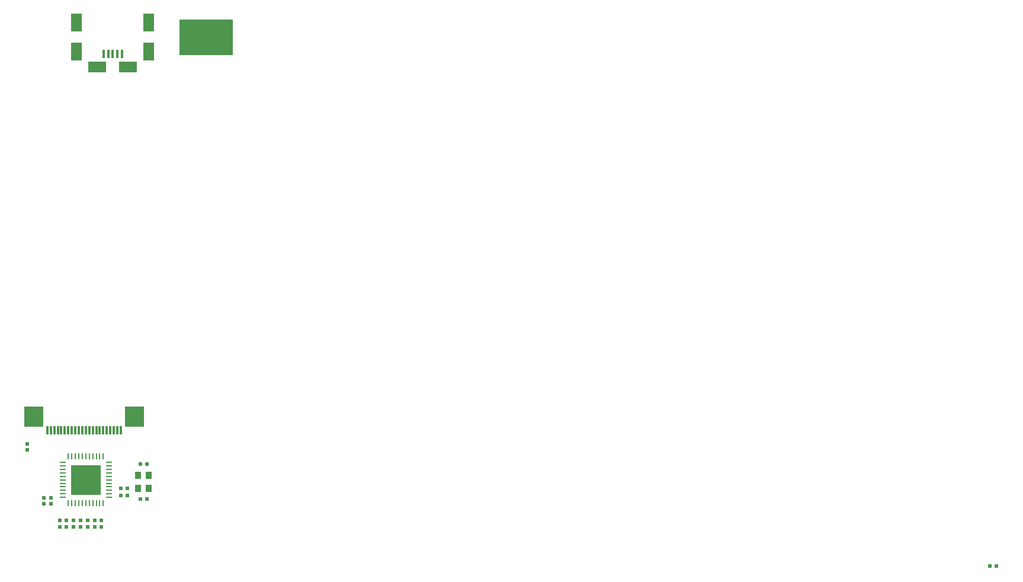
<source format=gtp>
G04 #@! TF.FileFunction,Paste,Top*
%FSLAX46Y46*%
G04 Gerber Fmt 4.6, Leading zero omitted, Abs format (unit mm)*
G04 Created by KiCad (PCBNEW 4.0.1-3.201512221402+6198~38~ubuntu14.04.1-stable) date Mon 18 Jan 2016 08:14:31 PM CET*
%MOMM*%
G01*
G04 APERTURE LIST*
%ADD10C,0.100000*%
%ADD11R,0.220000X0.820000*%
%ADD12R,0.820000X0.220000*%
%ADD13R,4.200000X4.200000*%
%ADD14R,2.700000X3.000000*%
%ADD15R,0.300000X1.200000*%
%ADD16R,0.620000X0.620000*%
%ADD17R,0.900000X1.000000*%
%ADD18R,1.500000X2.500000*%
%ADD19R,2.500000X1.500000*%
%ADD20R,0.400000X1.250000*%
%ADD21R,7.620000X5.080000*%
G04 APERTURE END LIST*
D10*
D11*
X96000000Y-129325000D03*
X96500000Y-129325000D03*
X97000000Y-129325000D03*
X97500000Y-129325000D03*
X98000000Y-129325000D03*
X98500000Y-129325000D03*
X99000000Y-129325000D03*
X99500000Y-129325000D03*
X100000000Y-129325000D03*
X100500000Y-129325000D03*
X101000000Y-129325000D03*
D12*
X101825000Y-128500000D03*
X101825000Y-128000000D03*
X101825000Y-127500000D03*
X101825000Y-127000000D03*
X101825000Y-126500000D03*
X101825000Y-126000000D03*
X101825000Y-125500000D03*
X101825000Y-125000000D03*
X101825000Y-124500000D03*
X101825000Y-124000000D03*
X101825000Y-123500000D03*
D11*
X101000000Y-122675000D03*
X100500000Y-122675000D03*
X100000000Y-122675000D03*
X99500000Y-122675000D03*
X99000000Y-122675000D03*
X98500000Y-122675000D03*
X98000000Y-122675000D03*
X97500000Y-122675000D03*
X97000000Y-122675000D03*
X96500000Y-122675000D03*
X96000000Y-122675000D03*
D12*
X95175000Y-123500000D03*
X95175000Y-124000000D03*
X95175000Y-124500000D03*
X95175000Y-125000000D03*
X95175000Y-125500000D03*
X95175000Y-126000000D03*
X95175000Y-126500000D03*
X95175000Y-127000000D03*
X95175000Y-127500000D03*
X95175000Y-128000000D03*
X95175000Y-128500000D03*
D13*
X98500000Y-126000000D03*
D14*
X91070000Y-116975000D03*
D15*
X103500000Y-118875000D03*
X103000000Y-118875000D03*
X102500000Y-118875000D03*
X102000000Y-118875000D03*
X101500000Y-118875000D03*
X101000000Y-118875000D03*
X100500000Y-118875000D03*
X100000000Y-118875000D03*
X99500000Y-118875000D03*
X99000000Y-118875000D03*
X98500000Y-118875000D03*
X98000000Y-118875000D03*
X97500000Y-118875000D03*
X97000000Y-118875000D03*
X96500000Y-118875000D03*
X96000000Y-118875000D03*
X95500000Y-118875000D03*
X95000000Y-118875000D03*
X94500000Y-118875000D03*
X94000000Y-118875000D03*
X93500000Y-118875000D03*
X93000000Y-118875000D03*
D14*
X105430000Y-116975000D03*
D16*
X100750000Y-131800000D03*
X100750000Y-132700000D03*
X103550000Y-127250000D03*
X104450000Y-127250000D03*
X99750000Y-131800000D03*
X99750000Y-132700000D03*
X95750000Y-131800000D03*
X95750000Y-132700000D03*
X93500000Y-128550000D03*
X93500000Y-129450000D03*
X107200000Y-128750000D03*
X106300000Y-128750000D03*
X106300000Y-123750000D03*
X107200000Y-123750000D03*
X92500000Y-128550000D03*
X92500000Y-129450000D03*
X98750000Y-131800000D03*
X98750000Y-132700000D03*
X96750000Y-132700000D03*
X96750000Y-131800000D03*
X97750000Y-131800000D03*
X97750000Y-132700000D03*
X103550000Y-128250000D03*
X104450000Y-128250000D03*
D17*
X107525000Y-127175000D03*
X107525000Y-125325000D03*
X105975000Y-125325000D03*
X105975000Y-127175000D03*
D18*
X97200000Y-60650000D03*
X97200000Y-64850000D03*
D19*
X100150000Y-67050000D03*
X104550000Y-67050000D03*
D18*
X107500000Y-64850000D03*
D20*
X103650000Y-65175000D03*
X103000000Y-65175000D03*
X102350000Y-65175000D03*
X101700000Y-65175000D03*
X101050000Y-65175000D03*
D18*
X107500000Y-60650000D03*
D16*
X94750000Y-131800000D03*
X94750000Y-132700000D03*
X227750000Y-138300000D03*
X228650000Y-138300000D03*
X90100000Y-121750000D03*
X90100000Y-120850000D03*
D21*
X115700000Y-62800000D03*
M02*

</source>
